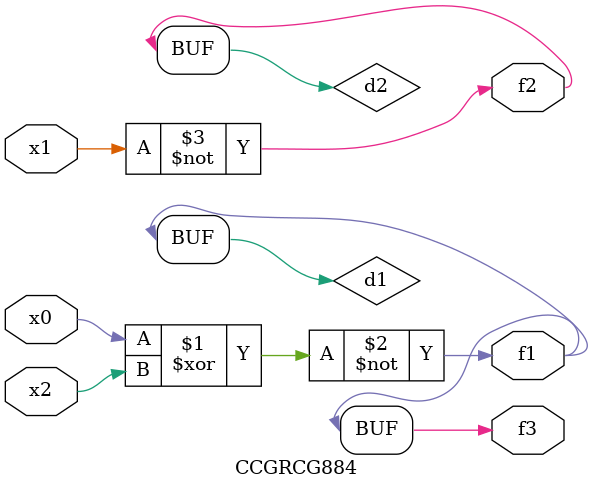
<source format=v>
module CCGRCG884(
	input x0, x1, x2,
	output f1, f2, f3
);

	wire d1, d2, d3;

	xnor (d1, x0, x2);
	nand (d2, x1);
	nor (d3, x1, x2);
	assign f1 = d1;
	assign f2 = d2;
	assign f3 = d1;
endmodule

</source>
